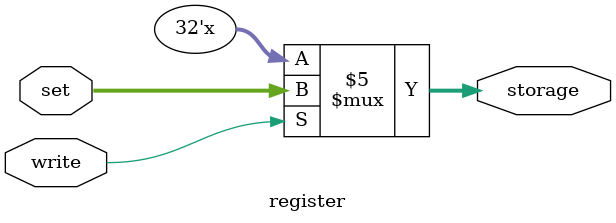
<source format=v>
`timescale 1ns / 1ps


module register#(parameter WIDTH = 32)(storage, set, write);
    localparam W = WIDTH - 1;
    
    output reg [W:0] storage = 0;
    input [W:0] set;
    input write;
    
    always @*
    begin
        if (write == 1)
            storage = set;
    end
    
endmodule

</source>
